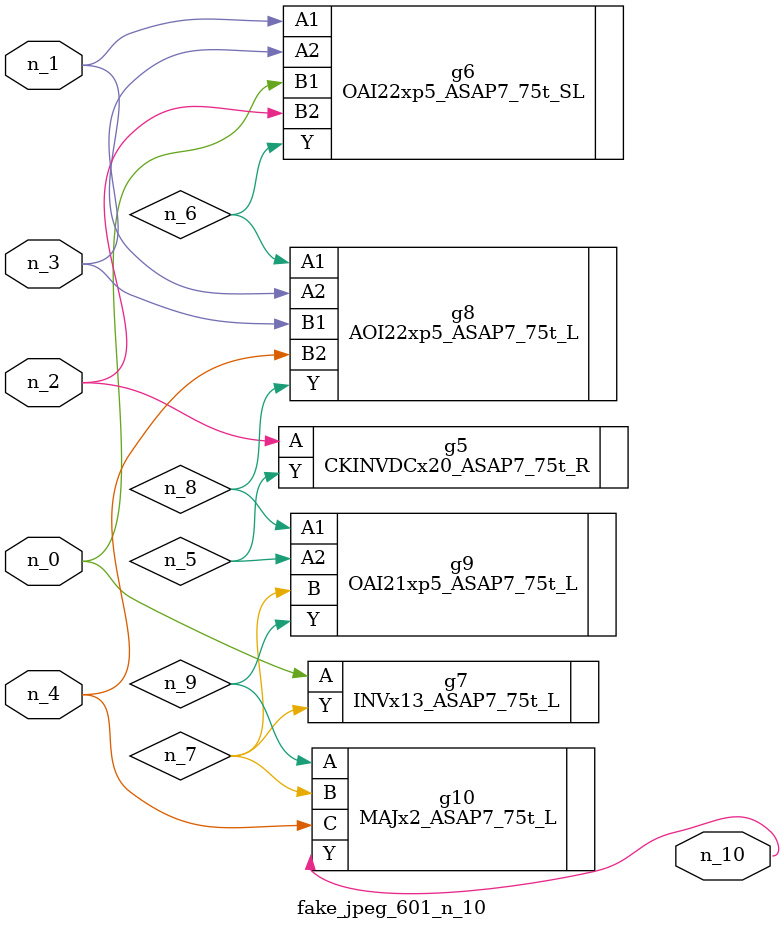
<source format=v>
module fake_jpeg_601_n_10 (n_3, n_2, n_1, n_0, n_4, n_10);

input n_3;
input n_2;
input n_1;
input n_0;
input n_4;

output n_10;

wire n_8;
wire n_9;
wire n_6;
wire n_5;
wire n_7;

CKINVDCx20_ASAP7_75t_R g5 ( 
.A(n_2),
.Y(n_5)
);

OAI22xp5_ASAP7_75t_SL g6 ( 
.A1(n_1),
.A2(n_3),
.B1(n_0),
.B2(n_2),
.Y(n_6)
);

INVx13_ASAP7_75t_L g7 ( 
.A(n_0),
.Y(n_7)
);

AOI22xp5_ASAP7_75t_L g8 ( 
.A1(n_6),
.A2(n_1),
.B1(n_3),
.B2(n_4),
.Y(n_8)
);

OAI21xp5_ASAP7_75t_L g9 ( 
.A1(n_8),
.A2(n_5),
.B(n_7),
.Y(n_9)
);

MAJx2_ASAP7_75t_L g10 ( 
.A(n_9),
.B(n_7),
.C(n_4),
.Y(n_10)
);


endmodule
</source>
